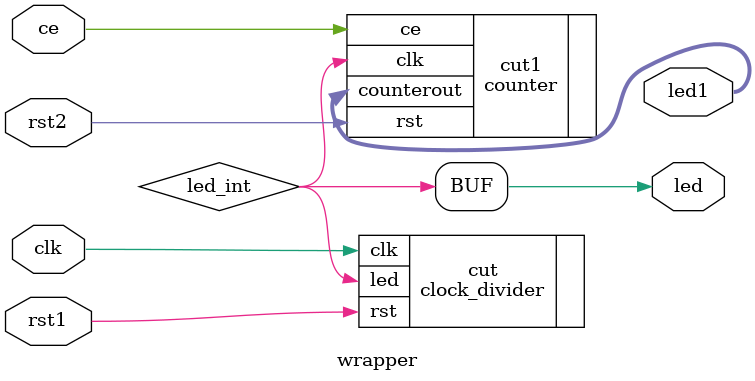
<source format=v>
`timescale 1ns / 1ps


module wrapper(
    input clk,
    input rst1,
    input rst2,
    input ce,
    output led,
    output [3:0] led1
    );
    
    wire led_int;
    
    clock_divider cut( .clk(clk), .rst(rst1), .led(led_int));
    assign led = led_int;
    
    counter cut1(.clk(led_int), .rst(rst2), .ce(ce), .counterout(led1));
    
endmodule

</source>
